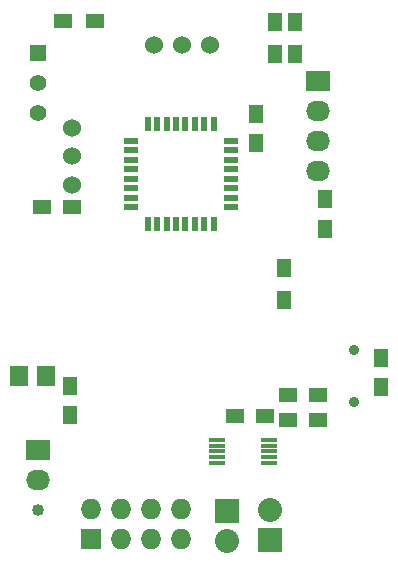
<source format=gbs>
G04 #@! TF.FileFunction,Soldermask,Bot*
%FSLAX46Y46*%
G04 Gerber Fmt 4.6, Leading zero omitted, Abs format (unit mm)*
G04 Created by KiCad (PCBNEW (after 2015-mar-04 BZR unknown)-product) date 22/05/2015 04:17:12*
%MOMM*%
G01*
G04 APERTURE LIST*
%ADD10C,0.100000*%
%ADD11R,1.500000X1.250000*%
%ADD12C,0.899160*%
%ADD13R,2.032000X2.032000*%
%ADD14O,2.032000X2.032000*%
%ADD15R,1.500000X1.300000*%
%ADD16R,1.397000X1.397000*%
%ADD17C,1.397000*%
%ADD18R,1.250000X1.500000*%
%ADD19R,1.727200X1.727200*%
%ADD20O,1.727200X1.727200*%
%ADD21R,2.032000X1.727200*%
%ADD22O,2.032000X1.727200*%
%ADD23R,1.300000X1.500000*%
%ADD24R,1.400000X0.300000*%
%ADD25C,1.016000*%
%ADD26R,1.549400X1.800860*%
%ADD27R,1.200000X0.600000*%
%ADD28R,0.600000X1.200000*%
%ADD29C,1.524000*%
G04 APERTURE END LIST*
D10*
D11*
X156510000Y-90860000D03*
X159010000Y-90860000D03*
D12*
X162109100Y-91459640D03*
X162109100Y-87060360D03*
D13*
X151360000Y-100610000D03*
D14*
X151360000Y-103150000D03*
D13*
X154960000Y-103110000D03*
D14*
X154960000Y-100570000D03*
D15*
X140160000Y-59160000D03*
X137460000Y-59160000D03*
D16*
X135310000Y-61870000D03*
D17*
X135310000Y-64410000D03*
X135310000Y-66950000D03*
D18*
X138060000Y-90060000D03*
X138060000Y-92560000D03*
D11*
X152010000Y-92610000D03*
X154510000Y-92610000D03*
D19*
X139810000Y-103060000D03*
D20*
X139810000Y-100520000D03*
X142350000Y-103060000D03*
X142350000Y-100520000D03*
X144890000Y-103060000D03*
X144890000Y-100520000D03*
X147430000Y-103060000D03*
X147430000Y-100520000D03*
D11*
X159010000Y-92960000D03*
X156510000Y-92960000D03*
D18*
X159660000Y-74260000D03*
X159660000Y-76760000D03*
X153810000Y-67035000D03*
X153810000Y-69535000D03*
D11*
X135670000Y-74900000D03*
X138170000Y-74900000D03*
D21*
X159010000Y-64260000D03*
D22*
X159010000Y-66800000D03*
X159010000Y-69340000D03*
X159010000Y-71880000D03*
D23*
X155365000Y-59225000D03*
X155365000Y-61925000D03*
X157115000Y-59225000D03*
X157115000Y-61925000D03*
D24*
X154860000Y-94610000D03*
X154860000Y-95110000D03*
X154860000Y-95610000D03*
X154860000Y-96110000D03*
X154860000Y-96610000D03*
X150460000Y-96610000D03*
X150460000Y-96110000D03*
X150460000Y-95610000D03*
X150460000Y-95110000D03*
X150460000Y-94610000D03*
D21*
X135360000Y-95510000D03*
D22*
X135360000Y-98050000D03*
D25*
X135360000Y-100590000D03*
D26*
X136036020Y-89210000D03*
X133683980Y-89210000D03*
D27*
X143160000Y-74910000D03*
X143160000Y-74110000D03*
X143160000Y-73310000D03*
X143160000Y-72510000D03*
X143160000Y-71710000D03*
X143160000Y-70910000D03*
X143160000Y-70110000D03*
X143160000Y-69310000D03*
D28*
X144610000Y-67860000D03*
X145410000Y-67860000D03*
X146210000Y-67860000D03*
X147010000Y-67860000D03*
X147810000Y-67860000D03*
X148610000Y-67860000D03*
X149410000Y-67860000D03*
X150210000Y-67860000D03*
D27*
X151660000Y-69310000D03*
X151660000Y-70110000D03*
X151660000Y-70910000D03*
X151660000Y-71710000D03*
X151660000Y-72510000D03*
X151660000Y-73310000D03*
X151660000Y-74110000D03*
X151660000Y-74910000D03*
D28*
X150210000Y-76360000D03*
X149410000Y-76360000D03*
X148610000Y-76360000D03*
X147810000Y-76360000D03*
X147010000Y-76360000D03*
X146210000Y-76360000D03*
X145410000Y-76360000D03*
X144610000Y-76360000D03*
D29*
X138210000Y-68210000D03*
X138210000Y-70610000D03*
X138210000Y-73010000D03*
X145110000Y-61210000D03*
X147510000Y-61210000D03*
X149910000Y-61210000D03*
D18*
X164360000Y-90180000D03*
X164360000Y-87680000D03*
D23*
X156180000Y-80110000D03*
X156180000Y-82810000D03*
M02*

</source>
